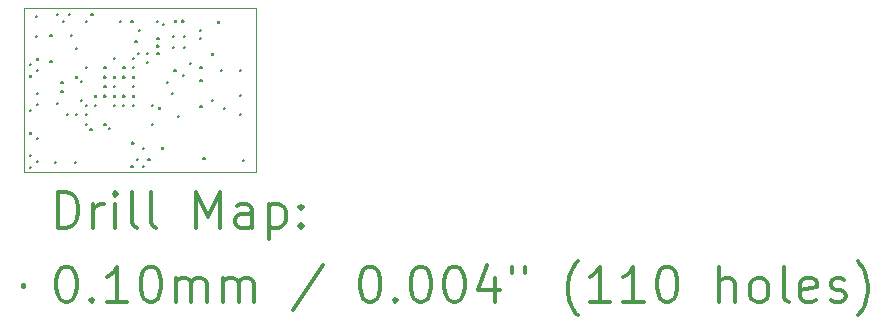
<source format=gbr>
%FSLAX45Y45*%
G04 Gerber Fmt 4.5, Leading zero omitted, Abs format (unit mm)*
G04 Created by KiCad (PCBNEW (5.1.0)-1) date 2019-07-29 23:07:23*
%MOMM*%
%LPD*%
G04 APERTURE LIST*
%ADD10C,0.050000*%
%ADD11C,0.200000*%
%ADD12C,0.300000*%
G04 APERTURE END LIST*
D10*
X13040000Y-9830000D02*
X13040000Y-8440000D01*
X15001000Y-9830000D02*
X13040000Y-9830000D01*
X15000000Y-8440000D02*
X15001000Y-9830000D01*
X13040000Y-8440000D02*
X15000000Y-8440000D01*
D11*
X13085002Y-8913278D02*
X13095162Y-8923438D01*
X13095162Y-8913278D02*
X13085002Y-8923438D01*
X13085018Y-9782564D02*
X13095178Y-9792724D01*
X13095178Y-9782564D02*
X13085018Y-9792724D01*
X13085256Y-9010053D02*
X13095416Y-9020213D01*
X13095416Y-9010053D02*
X13085256Y-9020213D01*
X13085256Y-9299612D02*
X13095416Y-9309772D01*
X13095416Y-9299612D02*
X13085256Y-9309772D01*
X13085256Y-9492652D02*
X13095416Y-9502812D01*
X13095416Y-9492652D02*
X13085256Y-9502812D01*
X13085510Y-9685692D02*
X13095670Y-9695852D01*
X13095670Y-9685692D02*
X13085510Y-9695852D01*
X13137920Y-8502920D02*
X13148080Y-8513080D01*
X13148080Y-8502920D02*
X13137920Y-8513080D01*
X13139724Y-8676204D02*
X13149884Y-8686364D01*
X13149884Y-8676204D02*
X13139724Y-8686364D01*
X13146216Y-8865273D02*
X13156376Y-8875433D01*
X13156376Y-8865273D02*
X13146216Y-8875433D01*
X13146216Y-8961793D02*
X13156376Y-8971953D01*
X13156376Y-8961793D02*
X13146216Y-8971953D01*
X13146216Y-9154833D02*
X13156376Y-9164993D01*
X13156376Y-9154833D02*
X13146216Y-9164993D01*
X13146216Y-9251353D02*
X13156376Y-9261513D01*
X13156376Y-9251353D02*
X13146216Y-9261513D01*
X13146216Y-9540912D02*
X13156376Y-9551072D01*
X13156376Y-9540912D02*
X13146216Y-9551072D01*
X13146216Y-9734206D02*
X13156376Y-9744366D01*
X13156376Y-9734206D02*
X13146216Y-9744366D01*
X13259906Y-8668240D02*
X13270066Y-8678400D01*
X13270066Y-8668240D02*
X13259906Y-8678400D01*
X13259906Y-8888240D02*
X13270066Y-8898400D01*
X13270066Y-8888240D02*
X13259906Y-8898400D01*
X13299920Y-9738920D02*
X13310080Y-9749080D01*
X13310080Y-9738920D02*
X13299920Y-9749080D01*
X13315695Y-9240520D02*
X13325855Y-9250680D01*
X13325855Y-9240520D02*
X13315695Y-9250680D01*
X13316920Y-8486920D02*
X13327080Y-8497080D01*
X13327080Y-8486920D02*
X13316920Y-8497080D01*
X13352525Y-9061450D02*
X13362685Y-9071610D01*
X13362685Y-9061450D02*
X13352525Y-9071610D01*
X13352780Y-9138917D02*
X13362940Y-9149077D01*
X13362940Y-9138917D02*
X13352780Y-9149077D01*
X13365666Y-8547300D02*
X13375826Y-8557460D01*
X13375826Y-8547300D02*
X13365666Y-8557460D01*
X13396810Y-9338392D02*
X13406970Y-9348552D01*
X13406970Y-9338392D02*
X13396810Y-9348552D01*
X13413672Y-8485832D02*
X13423832Y-8495992D01*
X13423832Y-8485832D02*
X13413672Y-8495992D01*
X13429906Y-8668240D02*
X13440066Y-8678400D01*
X13440066Y-8668240D02*
X13429906Y-8678400D01*
X13466664Y-9739802D02*
X13476824Y-9749962D01*
X13476824Y-9739802D02*
X13466664Y-9749962D01*
X13476810Y-8778392D02*
X13486970Y-8788552D01*
X13486970Y-8778392D02*
X13476810Y-8788552D01*
X13476810Y-9018392D02*
X13486970Y-9028552D01*
X13486970Y-9018392D02*
X13476810Y-9028552D01*
X13476810Y-9338392D02*
X13486970Y-9348552D01*
X13486970Y-9338392D02*
X13476810Y-9348552D01*
X13516356Y-9058402D02*
X13526516Y-9068562D01*
X13526516Y-9058402D02*
X13516356Y-9068562D01*
X13516864Y-9218338D02*
X13527024Y-9228498D01*
X13527024Y-9218338D02*
X13516864Y-9228498D01*
X13556810Y-8938392D02*
X13566970Y-8948552D01*
X13566970Y-8938392D02*
X13556810Y-8948552D01*
X13556810Y-9258392D02*
X13566970Y-9268552D01*
X13566970Y-9258392D02*
X13556810Y-9268552D01*
X13556810Y-9338392D02*
X13566970Y-9348552D01*
X13566970Y-9338392D02*
X13556810Y-9348552D01*
X13556810Y-9418392D02*
X13566970Y-9428552D01*
X13566970Y-9418392D02*
X13556810Y-9428552D01*
X13558452Y-8546792D02*
X13568612Y-8556952D01*
X13568612Y-8546792D02*
X13558452Y-8556952D01*
X13597890Y-9459468D02*
X13608050Y-9469628D01*
X13608050Y-9459468D02*
X13597890Y-9469628D01*
X13606712Y-8485832D02*
X13616872Y-8495992D01*
X13616872Y-8485832D02*
X13606712Y-8495992D01*
X13636752Y-9178544D02*
X13646912Y-9188704D01*
X13646912Y-9178544D02*
X13636752Y-9188704D01*
X13636752Y-9258554D02*
X13646912Y-9268714D01*
X13646912Y-9258554D02*
X13636752Y-9268714D01*
X13716762Y-8938514D02*
X13726922Y-8948674D01*
X13726922Y-8938514D02*
X13716762Y-8948674D01*
X13716762Y-9018524D02*
X13726922Y-9028684D01*
X13726922Y-9018524D02*
X13716762Y-9028684D01*
X13716762Y-9098534D02*
X13726922Y-9108694D01*
X13726922Y-9098534D02*
X13716762Y-9108694D01*
X13716762Y-9178544D02*
X13726922Y-9188704D01*
X13726922Y-9178544D02*
X13716762Y-9188704D01*
X13716810Y-9418392D02*
X13726970Y-9428552D01*
X13726970Y-9418392D02*
X13716810Y-9428552D01*
X13757402Y-9457436D02*
X13767562Y-9467596D01*
X13767562Y-9457436D02*
X13757402Y-9467596D01*
X13796772Y-9018524D02*
X13806932Y-9028684D01*
X13806932Y-9018524D02*
X13796772Y-9028684D01*
X13796772Y-9098534D02*
X13806932Y-9108694D01*
X13806932Y-9098534D02*
X13796772Y-9108694D01*
X13796772Y-9178290D02*
X13806932Y-9188450D01*
X13806932Y-9178290D02*
X13796772Y-9188450D01*
X13796772Y-9258554D02*
X13806932Y-9268714D01*
X13806932Y-9258554D02*
X13796772Y-9268714D01*
X13796810Y-8858392D02*
X13806970Y-8868552D01*
X13806970Y-8858392D02*
X13796810Y-8868552D01*
X13848520Y-8546792D02*
X13858680Y-8556952D01*
X13858680Y-8546792D02*
X13848520Y-8556952D01*
X13876596Y-9258300D02*
X13886756Y-9268460D01*
X13886756Y-9258300D02*
X13876596Y-9268460D01*
X13876782Y-8938514D02*
X13886942Y-8948674D01*
X13886942Y-8938514D02*
X13876782Y-8948674D01*
X13876782Y-9018524D02*
X13886942Y-9028684D01*
X13886942Y-9018524D02*
X13876782Y-9028684D01*
X13876810Y-9178392D02*
X13886970Y-9188552D01*
X13886970Y-9178392D02*
X13876810Y-9188552D01*
X13944920Y-8546920D02*
X13955080Y-8557080D01*
X13955080Y-8546920D02*
X13944920Y-8557080D01*
X13945628Y-9775436D02*
X13955788Y-9785596D01*
X13955788Y-9775436D02*
X13945628Y-9785596D01*
X13952920Y-9576920D02*
X13963080Y-9587080D01*
X13963080Y-9576920D02*
X13952920Y-9587080D01*
X13956470Y-9178544D02*
X13966630Y-9188704D01*
X13966630Y-9178544D02*
X13956470Y-9188704D01*
X13956792Y-8858250D02*
X13966952Y-8868410D01*
X13966952Y-8858250D02*
X13956792Y-8868410D01*
X13956792Y-8938514D02*
X13966952Y-8948674D01*
X13966952Y-8938514D02*
X13956792Y-8948674D01*
X13956792Y-9018524D02*
X13966952Y-9028684D01*
X13966952Y-9018524D02*
X13956792Y-9028684D01*
X13956792Y-9098280D02*
X13966952Y-9108440D01*
X13966952Y-9098280D02*
X13956792Y-9108440D01*
X13956810Y-9258392D02*
X13966970Y-9268552D01*
X13966970Y-9258392D02*
X13956810Y-9268552D01*
X13978920Y-8714920D02*
X13989080Y-8725080D01*
X13989080Y-8714920D02*
X13978920Y-8725080D01*
X13993380Y-9713714D02*
X14003540Y-9723874D01*
X14003540Y-9713714D02*
X13993380Y-9723874D01*
X13997920Y-8820920D02*
X14008080Y-8831080D01*
X14008080Y-8820920D02*
X13997920Y-8831080D01*
X14010920Y-8625920D02*
X14021080Y-8636080D01*
X14021080Y-8625920D02*
X14010920Y-8636080D01*
X14041640Y-9774674D02*
X14051800Y-9784834D01*
X14051800Y-9774674D02*
X14041640Y-9784834D01*
X14041920Y-9620920D02*
X14052080Y-9631080D01*
X14052080Y-9620920D02*
X14041920Y-9631080D01*
X14076920Y-8817920D02*
X14087080Y-8828080D01*
X14087080Y-8817920D02*
X14076920Y-8828080D01*
X14076920Y-8897920D02*
X14087080Y-8908080D01*
X14087080Y-8897920D02*
X14076920Y-8908080D01*
X14089900Y-9713714D02*
X14100060Y-9723874D01*
X14100060Y-9713714D02*
X14089900Y-9723874D01*
X14116810Y-9258392D02*
X14126970Y-9268552D01*
X14126970Y-9258392D02*
X14116810Y-9268552D01*
X14116810Y-9418392D02*
X14126970Y-9428552D01*
X14126970Y-9418392D02*
X14116810Y-9428552D01*
X14157920Y-8549920D02*
X14168080Y-8560080D01*
X14168080Y-8549920D02*
X14157920Y-8560080D01*
X14164920Y-8690920D02*
X14175080Y-8701080D01*
X14175080Y-8690920D02*
X14164920Y-8701080D01*
X14164920Y-8755920D02*
X14175080Y-8766080D01*
X14175080Y-8755920D02*
X14164920Y-8766080D01*
X14164920Y-8820920D02*
X14175080Y-8831080D01*
X14175080Y-8820920D02*
X14164920Y-8831080D01*
X14174920Y-9280920D02*
X14185080Y-9291080D01*
X14185080Y-9280920D02*
X14174920Y-9291080D01*
X14202820Y-9619742D02*
X14212980Y-9629902D01*
X14212980Y-9619742D02*
X14202820Y-9629902D01*
X14212920Y-8576920D02*
X14223080Y-8587080D01*
X14223080Y-8576920D02*
X14212920Y-8587080D01*
X14247920Y-9064920D02*
X14258080Y-9075080D01*
X14258080Y-9064920D02*
X14247920Y-9075080D01*
X14289532Y-9159578D02*
X14299692Y-9169738D01*
X14299692Y-9159578D02*
X14289532Y-9169738D01*
X14296920Y-8675920D02*
X14307080Y-8686080D01*
X14307080Y-8675920D02*
X14296920Y-8686080D01*
X14296920Y-8770920D02*
X14307080Y-8781080D01*
X14307080Y-8770920D02*
X14296920Y-8781080D01*
X14309920Y-8959920D02*
X14320080Y-8970080D01*
X14320080Y-8959920D02*
X14309920Y-8970080D01*
X14311920Y-8543920D02*
X14322080Y-8554080D01*
X14322080Y-8543920D02*
X14311920Y-8554080D01*
X14340920Y-9352920D02*
X14351080Y-9363080D01*
X14351080Y-9352920D02*
X14340920Y-9363080D01*
X14376920Y-8543920D02*
X14387080Y-8554080D01*
X14387080Y-8543920D02*
X14376920Y-8554080D01*
X14377920Y-9002920D02*
X14388080Y-9013080D01*
X14388080Y-9002920D02*
X14377920Y-9013080D01*
X14391920Y-8675920D02*
X14402080Y-8686080D01*
X14402080Y-8675920D02*
X14391920Y-8686080D01*
X14391920Y-8770920D02*
X14402080Y-8781080D01*
X14402080Y-8770920D02*
X14391920Y-8781080D01*
X14441920Y-8902920D02*
X14452080Y-8913080D01*
X14452080Y-8902920D02*
X14441920Y-8913080D01*
X14523920Y-8625920D02*
X14534080Y-8636080D01*
X14534080Y-8625920D02*
X14523920Y-8636080D01*
X14523920Y-8690920D02*
X14534080Y-8701080D01*
X14534080Y-8690920D02*
X14523920Y-8701080D01*
X14529816Y-9044804D02*
X14539976Y-9054964D01*
X14539976Y-9044804D02*
X14529816Y-9054964D01*
X14529816Y-8934804D02*
X14539976Y-8944964D01*
X14539976Y-8934804D02*
X14529816Y-8944964D01*
X14529816Y-9264804D02*
X14539976Y-9274964D01*
X14539976Y-9264804D02*
X14529816Y-9274964D01*
X14554920Y-9708920D02*
X14565080Y-9719080D01*
X14565080Y-9708920D02*
X14554920Y-9719080D01*
X14624920Y-9213920D02*
X14635080Y-9224080D01*
X14635080Y-9213920D02*
X14624920Y-9224080D01*
X14628920Y-8823920D02*
X14639080Y-8834080D01*
X14639080Y-8823920D02*
X14628920Y-8834080D01*
X14678816Y-8552304D02*
X14688976Y-8562464D01*
X14688976Y-8552304D02*
X14678816Y-8562464D01*
X14700920Y-8962920D02*
X14711080Y-8973080D01*
X14711080Y-8962920D02*
X14700920Y-8973080D01*
X14728920Y-9285920D02*
X14739080Y-9296080D01*
X14739080Y-9285920D02*
X14728920Y-9296080D01*
X14864842Y-9171982D02*
X14875002Y-9182142D01*
X14875002Y-9171982D02*
X14864842Y-9182142D01*
X14864842Y-9335982D02*
X14875002Y-9346142D01*
X14875002Y-9335982D02*
X14864842Y-9346142D01*
X14864920Y-8962920D02*
X14875080Y-8973080D01*
X14875080Y-8962920D02*
X14864920Y-8973080D01*
X14889920Y-9724920D02*
X14900080Y-9735080D01*
X14900080Y-9724920D02*
X14889920Y-9735080D01*
D12*
X13323928Y-10298214D02*
X13323928Y-9998214D01*
X13395357Y-9998214D01*
X13438214Y-10012500D01*
X13466786Y-10041072D01*
X13481071Y-10069643D01*
X13495357Y-10126786D01*
X13495357Y-10169643D01*
X13481071Y-10226786D01*
X13466786Y-10255357D01*
X13438214Y-10283929D01*
X13395357Y-10298214D01*
X13323928Y-10298214D01*
X13623928Y-10298214D02*
X13623928Y-10098214D01*
X13623928Y-10155357D02*
X13638214Y-10126786D01*
X13652500Y-10112500D01*
X13681071Y-10098214D01*
X13709643Y-10098214D01*
X13809643Y-10298214D02*
X13809643Y-10098214D01*
X13809643Y-9998214D02*
X13795357Y-10012500D01*
X13809643Y-10026786D01*
X13823928Y-10012500D01*
X13809643Y-9998214D01*
X13809643Y-10026786D01*
X13995357Y-10298214D02*
X13966786Y-10283929D01*
X13952500Y-10255357D01*
X13952500Y-9998214D01*
X14152500Y-10298214D02*
X14123928Y-10283929D01*
X14109643Y-10255357D01*
X14109643Y-9998214D01*
X14495357Y-10298214D02*
X14495357Y-9998214D01*
X14595357Y-10212500D01*
X14695357Y-9998214D01*
X14695357Y-10298214D01*
X14966786Y-10298214D02*
X14966786Y-10141072D01*
X14952500Y-10112500D01*
X14923928Y-10098214D01*
X14866786Y-10098214D01*
X14838214Y-10112500D01*
X14966786Y-10283929D02*
X14938214Y-10298214D01*
X14866786Y-10298214D01*
X14838214Y-10283929D01*
X14823928Y-10255357D01*
X14823928Y-10226786D01*
X14838214Y-10198214D01*
X14866786Y-10183929D01*
X14938214Y-10183929D01*
X14966786Y-10169643D01*
X15109643Y-10098214D02*
X15109643Y-10398214D01*
X15109643Y-10112500D02*
X15138214Y-10098214D01*
X15195357Y-10098214D01*
X15223928Y-10112500D01*
X15238214Y-10126786D01*
X15252500Y-10155357D01*
X15252500Y-10241072D01*
X15238214Y-10269643D01*
X15223928Y-10283929D01*
X15195357Y-10298214D01*
X15138214Y-10298214D01*
X15109643Y-10283929D01*
X15381071Y-10269643D02*
X15395357Y-10283929D01*
X15381071Y-10298214D01*
X15366786Y-10283929D01*
X15381071Y-10269643D01*
X15381071Y-10298214D01*
X15381071Y-10112500D02*
X15395357Y-10126786D01*
X15381071Y-10141072D01*
X15366786Y-10126786D01*
X15381071Y-10112500D01*
X15381071Y-10141072D01*
X13027340Y-10787420D02*
X13037500Y-10797580D01*
X13037500Y-10787420D02*
X13027340Y-10797580D01*
X13381071Y-10628214D02*
X13409643Y-10628214D01*
X13438214Y-10642500D01*
X13452500Y-10656786D01*
X13466786Y-10685357D01*
X13481071Y-10742500D01*
X13481071Y-10813929D01*
X13466786Y-10871072D01*
X13452500Y-10899643D01*
X13438214Y-10913929D01*
X13409643Y-10928214D01*
X13381071Y-10928214D01*
X13352500Y-10913929D01*
X13338214Y-10899643D01*
X13323928Y-10871072D01*
X13309643Y-10813929D01*
X13309643Y-10742500D01*
X13323928Y-10685357D01*
X13338214Y-10656786D01*
X13352500Y-10642500D01*
X13381071Y-10628214D01*
X13609643Y-10899643D02*
X13623928Y-10913929D01*
X13609643Y-10928214D01*
X13595357Y-10913929D01*
X13609643Y-10899643D01*
X13609643Y-10928214D01*
X13909643Y-10928214D02*
X13738214Y-10928214D01*
X13823928Y-10928214D02*
X13823928Y-10628214D01*
X13795357Y-10671072D01*
X13766786Y-10699643D01*
X13738214Y-10713929D01*
X14095357Y-10628214D02*
X14123928Y-10628214D01*
X14152500Y-10642500D01*
X14166786Y-10656786D01*
X14181071Y-10685357D01*
X14195357Y-10742500D01*
X14195357Y-10813929D01*
X14181071Y-10871072D01*
X14166786Y-10899643D01*
X14152500Y-10913929D01*
X14123928Y-10928214D01*
X14095357Y-10928214D01*
X14066786Y-10913929D01*
X14052500Y-10899643D01*
X14038214Y-10871072D01*
X14023928Y-10813929D01*
X14023928Y-10742500D01*
X14038214Y-10685357D01*
X14052500Y-10656786D01*
X14066786Y-10642500D01*
X14095357Y-10628214D01*
X14323928Y-10928214D02*
X14323928Y-10728214D01*
X14323928Y-10756786D02*
X14338214Y-10742500D01*
X14366786Y-10728214D01*
X14409643Y-10728214D01*
X14438214Y-10742500D01*
X14452500Y-10771072D01*
X14452500Y-10928214D01*
X14452500Y-10771072D02*
X14466786Y-10742500D01*
X14495357Y-10728214D01*
X14538214Y-10728214D01*
X14566786Y-10742500D01*
X14581071Y-10771072D01*
X14581071Y-10928214D01*
X14723928Y-10928214D02*
X14723928Y-10728214D01*
X14723928Y-10756786D02*
X14738214Y-10742500D01*
X14766786Y-10728214D01*
X14809643Y-10728214D01*
X14838214Y-10742500D01*
X14852500Y-10771072D01*
X14852500Y-10928214D01*
X14852500Y-10771072D02*
X14866786Y-10742500D01*
X14895357Y-10728214D01*
X14938214Y-10728214D01*
X14966786Y-10742500D01*
X14981071Y-10771072D01*
X14981071Y-10928214D01*
X15566786Y-10613929D02*
X15309643Y-10999643D01*
X15952500Y-10628214D02*
X15981071Y-10628214D01*
X16009643Y-10642500D01*
X16023928Y-10656786D01*
X16038214Y-10685357D01*
X16052500Y-10742500D01*
X16052500Y-10813929D01*
X16038214Y-10871072D01*
X16023928Y-10899643D01*
X16009643Y-10913929D01*
X15981071Y-10928214D01*
X15952500Y-10928214D01*
X15923928Y-10913929D01*
X15909643Y-10899643D01*
X15895357Y-10871072D01*
X15881071Y-10813929D01*
X15881071Y-10742500D01*
X15895357Y-10685357D01*
X15909643Y-10656786D01*
X15923928Y-10642500D01*
X15952500Y-10628214D01*
X16181071Y-10899643D02*
X16195357Y-10913929D01*
X16181071Y-10928214D01*
X16166786Y-10913929D01*
X16181071Y-10899643D01*
X16181071Y-10928214D01*
X16381071Y-10628214D02*
X16409643Y-10628214D01*
X16438214Y-10642500D01*
X16452500Y-10656786D01*
X16466786Y-10685357D01*
X16481071Y-10742500D01*
X16481071Y-10813929D01*
X16466786Y-10871072D01*
X16452500Y-10899643D01*
X16438214Y-10913929D01*
X16409643Y-10928214D01*
X16381071Y-10928214D01*
X16352500Y-10913929D01*
X16338214Y-10899643D01*
X16323928Y-10871072D01*
X16309643Y-10813929D01*
X16309643Y-10742500D01*
X16323928Y-10685357D01*
X16338214Y-10656786D01*
X16352500Y-10642500D01*
X16381071Y-10628214D01*
X16666786Y-10628214D02*
X16695357Y-10628214D01*
X16723928Y-10642500D01*
X16738214Y-10656786D01*
X16752500Y-10685357D01*
X16766786Y-10742500D01*
X16766786Y-10813929D01*
X16752500Y-10871072D01*
X16738214Y-10899643D01*
X16723928Y-10913929D01*
X16695357Y-10928214D01*
X16666786Y-10928214D01*
X16638214Y-10913929D01*
X16623928Y-10899643D01*
X16609643Y-10871072D01*
X16595357Y-10813929D01*
X16595357Y-10742500D01*
X16609643Y-10685357D01*
X16623928Y-10656786D01*
X16638214Y-10642500D01*
X16666786Y-10628214D01*
X17023928Y-10728214D02*
X17023928Y-10928214D01*
X16952500Y-10613929D02*
X16881071Y-10828214D01*
X17066786Y-10828214D01*
X17166786Y-10628214D02*
X17166786Y-10685357D01*
X17281071Y-10628214D02*
X17281071Y-10685357D01*
X17723928Y-11042500D02*
X17709643Y-11028214D01*
X17681071Y-10985357D01*
X17666786Y-10956786D01*
X17652500Y-10913929D01*
X17638214Y-10842500D01*
X17638214Y-10785357D01*
X17652500Y-10713929D01*
X17666786Y-10671072D01*
X17681071Y-10642500D01*
X17709643Y-10599643D01*
X17723928Y-10585357D01*
X17995357Y-10928214D02*
X17823928Y-10928214D01*
X17909643Y-10928214D02*
X17909643Y-10628214D01*
X17881071Y-10671072D01*
X17852500Y-10699643D01*
X17823928Y-10713929D01*
X18281071Y-10928214D02*
X18109643Y-10928214D01*
X18195357Y-10928214D02*
X18195357Y-10628214D01*
X18166786Y-10671072D01*
X18138214Y-10699643D01*
X18109643Y-10713929D01*
X18466786Y-10628214D02*
X18495357Y-10628214D01*
X18523928Y-10642500D01*
X18538214Y-10656786D01*
X18552500Y-10685357D01*
X18566786Y-10742500D01*
X18566786Y-10813929D01*
X18552500Y-10871072D01*
X18538214Y-10899643D01*
X18523928Y-10913929D01*
X18495357Y-10928214D01*
X18466786Y-10928214D01*
X18438214Y-10913929D01*
X18423928Y-10899643D01*
X18409643Y-10871072D01*
X18395357Y-10813929D01*
X18395357Y-10742500D01*
X18409643Y-10685357D01*
X18423928Y-10656786D01*
X18438214Y-10642500D01*
X18466786Y-10628214D01*
X18923928Y-10928214D02*
X18923928Y-10628214D01*
X19052500Y-10928214D02*
X19052500Y-10771072D01*
X19038214Y-10742500D01*
X19009643Y-10728214D01*
X18966786Y-10728214D01*
X18938214Y-10742500D01*
X18923928Y-10756786D01*
X19238214Y-10928214D02*
X19209643Y-10913929D01*
X19195357Y-10899643D01*
X19181071Y-10871072D01*
X19181071Y-10785357D01*
X19195357Y-10756786D01*
X19209643Y-10742500D01*
X19238214Y-10728214D01*
X19281071Y-10728214D01*
X19309643Y-10742500D01*
X19323928Y-10756786D01*
X19338214Y-10785357D01*
X19338214Y-10871072D01*
X19323928Y-10899643D01*
X19309643Y-10913929D01*
X19281071Y-10928214D01*
X19238214Y-10928214D01*
X19509643Y-10928214D02*
X19481071Y-10913929D01*
X19466786Y-10885357D01*
X19466786Y-10628214D01*
X19738214Y-10913929D02*
X19709643Y-10928214D01*
X19652500Y-10928214D01*
X19623928Y-10913929D01*
X19609643Y-10885357D01*
X19609643Y-10771072D01*
X19623928Y-10742500D01*
X19652500Y-10728214D01*
X19709643Y-10728214D01*
X19738214Y-10742500D01*
X19752500Y-10771072D01*
X19752500Y-10799643D01*
X19609643Y-10828214D01*
X19866786Y-10913929D02*
X19895357Y-10928214D01*
X19952500Y-10928214D01*
X19981071Y-10913929D01*
X19995357Y-10885357D01*
X19995357Y-10871072D01*
X19981071Y-10842500D01*
X19952500Y-10828214D01*
X19909643Y-10828214D01*
X19881071Y-10813929D01*
X19866786Y-10785357D01*
X19866786Y-10771072D01*
X19881071Y-10742500D01*
X19909643Y-10728214D01*
X19952500Y-10728214D01*
X19981071Y-10742500D01*
X20095357Y-11042500D02*
X20109643Y-11028214D01*
X20138214Y-10985357D01*
X20152500Y-10956786D01*
X20166786Y-10913929D01*
X20181071Y-10842500D01*
X20181071Y-10785357D01*
X20166786Y-10713929D01*
X20152500Y-10671072D01*
X20138214Y-10642500D01*
X20109643Y-10599643D01*
X20095357Y-10585357D01*
M02*

</source>
